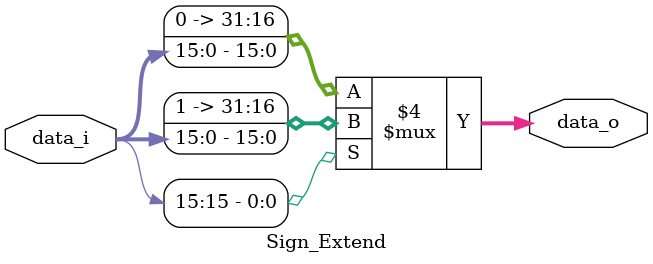
<source format=v>

module Sign_Extend(
    data_i,
    data_o
    );
               
//I/O ports
input   [16-1:0] data_i;
output  [32-1:0] data_o;

//Internal Signals
reg     [32-1:0] data_o;

//Sign extended
always@(*)begin
	if(data_i[15]==1) data_o<={16'hffff,data_i[15:0]};
	else data_o<={16'd0,data_i[15:0]};

end	
endmodule      
     
</source>
